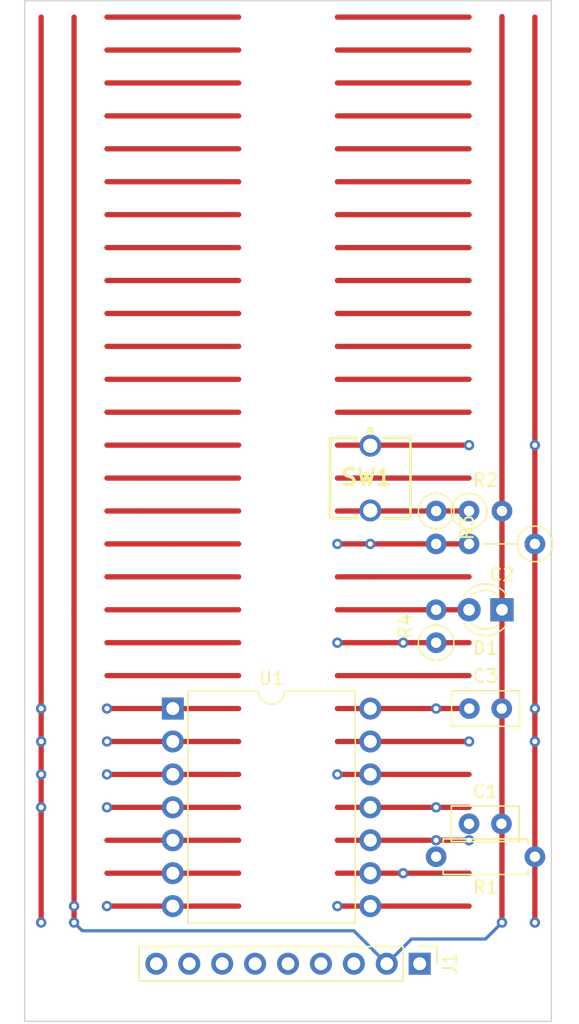
<source format=kicad_pcb>
(kicad_pcb (version 20221018) (generator pcbnew)
  (title_block (title "Flip-Flop Test") (date "2021-10-06") (rev "1.0") (company "Len Popp") (comment 1 "Copyright © 2023 Len Popp CC BY") (comment 2 "Layout design for my custom Eurorack breadboard prototyping module"))
  (layers (0 "F.Cu" signal) (1 "In1.Cu" jumper "Wire1.Cu") (2 "In2.Cu" jumper "Wire2.Cu") (3 "In3.Cu" jumper "Wire3.Cu") (4 "In4.Cu" jumper "Wire4.Cu") (31 "B.Cu" signal) (34 "B.Paste" user) (35 "F.Paste" user) (36 "B.SilkS" user "B.Silkscreen") (37 "F.SilkS" user "F.Silkscreen") (38 "B.Mask" user) (39 "F.Mask" user) (44 "Edge.Cuts" user))
  (net 0 "")
  (net 1 "+12V")
  (net 2 "GND")
  (net 3 "-12V")
  (net 4 "+5V")
  (net 5 "BUS-GATE")
  (net 6 "BUS-CV")
  (net 7 "Net-(U1B-C)")
  (net 8 "IN-OUT-1")
  (net 9 "IN-OUT-2")
  (net 10 "Net-(U1B-Q)")
  (net 11 "Net-(D1-A)")
  (net 13 "Net-(U1B-~{S})")
  (net 14 "Net-(U1B-D)")
  (net 15 "Net-(R2-Pad1)")
  (net 16 "unconnected-(U1A-~{Q}-Pad6)")
  (net 17 "unconnected-(U1A-Q-Pad5)")
  (footprint "Connector_PinHeader_2.54mm:PinHeader_1x09_P2.54mm_Vertical" (layer "F.Cu") (at 113.03 98.425 -90)
    (fp_text reference "J1" (at 0 -2.33 90) (layer "F.SilkS"))
    (fp_text value "Conn_01x09")
    (fp_line (start -1.33 -1.33) (end 0 -1.33) (stroke (width 0.12)) (layer "F.SilkS"))
    (fp_line (start -1.33 0) (end -1.33 -1.33) (stroke (width 0.12)) (layer "F.SilkS"))
    (fp_line (start -1.33 1.27) (end -1.33 21.65) (stroke (width 0.12)) (layer "F.SilkS"))
    (fp_line (start -1.33 1.27) (end 1.33 1.27) (stroke (width 0.12)) (layer "F.SilkS"))
    (fp_line (start -1.33 21.65) (end 1.33 21.65) (stroke (width 0.12)) (layer "F.SilkS"))
    (fp_line (start 1.33 1.27) (end 1.33 21.65) (stroke (width 0.12)) (layer "F.SilkS"))
    (pad "1" thru_hole rect (at 0 0 270) (size 1.7 1.7) (drill 1) (layers "*.Cu" "*.Mask") (net 3 "-12V"))
    (pad "2" thru_hole oval (at 0 2.54 270) (size 1.7 1.7) (drill 1) (layers "*.Cu" "*.Mask") (net 2 "GND"))
    (pad "3" thru_hole oval (at 0 5.08 270) (size 1.7 1.7) (drill 1) (layers "*.Cu" "*.Mask") (net 9 "IN-OUT-2"))
    (pad "4" thru_hole oval (at 0 7.62 270) (size 1.7 1.7) (drill 1) (layers "*.Cu" "*.Mask") (net 8 "IN-OUT-1"))
    (pad "5" thru_hole oval (at 0 10.16 270) (size 1.7 1.7) (drill 1) (layers "*.Cu" "*.Mask") (net 1 "+12V"))
    (pad "6" thru_hole oval (at 0 12.7 270) (size 1.7 1.7) (drill 1) (layers "*.Cu" "*.Mask"))
    (pad "7" thru_hole oval (at 0 15.24 270) (size 1.7 1.7) (drill 1) (layers "*.Cu" "*.Mask") (net 4 "+5V"))
    (pad "8" thru_hole oval (at 0 17.78 270) (size 1.7 1.7) (drill 1) (layers "*.Cu" "*.Mask") (net 6 "BUS-CV"))
    (pad "9" thru_hole oval (at 0 20.32 270) (size 1.7 1.7) (drill 1) (layers "*.Cu" "*.Mask") (net 5 "BUS-GATE"))
  )
  (footprint "-lmp-stripboard:SB_Gen_2" (layer "F.Cu") (at 121.92 66.04 180)
    (fp_text reference "C2" (at 2.54 -2.37) (layer "F.SilkS"))
    (fp_text value "100N")
    (fp_line (start 1.37 0) (end 3.98 0) (stroke (width 0.12)) (layer "F.SilkS"))
    (fp_circle (center 0 0) (end 1.37 0) (stroke (width 0.12)) (fill none) (layer "F.SilkS"))
    (pad "1" thru_hole circle (at 0 0 180) (size 1.6 1.6) (drill 0.8) (layers "*.Cu" "*.Mask") (net 4 "+5V"))
    (pad "2" thru_hole oval (at 5.08 0 180) (size 1.6 1.6) (drill 0.8) (layers "*.Cu" "*.Mask") (net 7 "Net-(U1B-C)"))
  )
  (footprint "-lmp-misc:C_Disc_D5.0mm_W2.5mm_P2.50mm" (layer "F.Cu") (at 116.84 87.63)
    (fp_text reference "C1" (at 1.25 -2.5) (layer "F.SilkS"))
    (fp_text value "100N")
    (fp_line (start -1.37 -1.37) (end -1.37 1.37) (stroke (width 0.12)) (layer "F.SilkS"))
    (fp_line (start -1.37 -1.37) (end 3.87 -1.37) (stroke (width 0.12)) (layer "F.SilkS"))
    (fp_line (start -1.37 1.37) (end 3.87 1.37) (stroke (width 0.12)) (layer "F.SilkS"))
    (fp_line (start 3.87 -1.37) (end 3.87 1.37) (stroke (width 0.12)) (layer "F.SilkS"))
    (pad "1" thru_hole circle (at 0 0) (size 1.6 1.6) (drill 0.8) (layers "*.Cu" "*.Mask") (net 13 "Net-(U1B-~{S})"))
    (pad "2" thru_hole circle (at 2.5 0) (size 1.6 1.6) (drill 0.8) (layers "*.Cu" "*.Mask") (net 2 "GND"))
  )
  (footprint "-lmp-misc:R_Axial_DIN0207_L6.3mm_D2.5mm_P7.62mm_Horizontal" (layer "F.Cu") (at 121.92 90.17 180)
    (fp_text reference "R1" (at 3.81 -2.37) (layer "F.SilkS"))
    (fp_text value "10K")
    (fp_line (start 0.54 -1.37) (end 7.08 -1.37) (stroke (width 0.12)) (layer "F.SilkS"))
    (fp_line (start 0.54 -1.04) (end 0.54 -1.37) (stroke (width 0.12)) (layer "F.SilkS"))
    (fp_line (start 0.54 1.04) (end 0.54 1.37) (stroke (width 0.12)) (layer "F.SilkS"))
    (fp_line (start 0.54 1.37) (end 7.08 1.37) (stroke (width 0.12)) (layer "F.SilkS"))
    (fp_line (start 7.08 -1.37) (end 7.08 -1.04) (stroke (width 0.12)) (layer "F.SilkS"))
    (fp_line (start 7.08 1.37) (end 7.08 1.04) (stroke (width 0.12)) (layer "F.SilkS"))
    (pad "1" thru_hole circle (at 0 0 180) (size 1.6 1.6) (drill 0.8) (layers "*.Cu" "*.Mask") (net 4 "+5V"))
    (pad "2" thru_hole oval (at 7.62 0 180) (size 1.6 1.6) (drill 0.8) (layers "*.Cu" "*.Mask") (net 13 "Net-(U1B-~{S})"))
  )
  (footprint "-lmp-stripboard:SB_Gen_1" (layer "F.Cu") (at 116.84 63.5)
    (fp_text reference "R2" (at 1.27 -2.37) (layer "F.SilkS"))
    (fp_text value "10K")
    (fp_line (start 1.37 0) (end 1.44 0) (stroke (width 0.12)) (layer "F.SilkS"))
    (fp_circle (center 0 0) (end 1.37 0) (stroke (width 0.12)) (fill none) (layer "F.SilkS"))
    (pad "1" thru_hole circle (at 0 0) (size 1.6 1.6) (drill 0.8) (layers "*.Cu" "*.Mask") (net 15 "Net-(R2-Pad1)"))
    (pad "2" thru_hole oval (at 2.54 0) (size 1.6 1.6) (drill 0.8) (layers "*.Cu" "*.Mask") (net 2 "GND"))
  )
  (footprint "-lmp-breakout:Breakout_DIP-14_W15.24mm" (layer "F.Cu") (at 93.98 78.74)
    (fp_text reference "U1" (at 7.62 -2.33) (layer "F.SilkS"))
    (fp_text value "SN74HCS74")
    (fp_line (start 1.16 -1.33) (end 1.16 16.57) (stroke (width 0.12)) (layer "F.SilkS"))
    (fp_line (start 1.16 16.57) (end 14.08 16.57) (stroke (width 0.12)) (layer "F.SilkS"))
    (fp_line (start 6.62 -1.33) (end 1.16 -1.33) (stroke (width 0.12)) (layer "F.SilkS"))
    (fp_line (start 14.08 -1.33) (end 8.62 -1.33) (stroke (width 0.12)) (layer "F.SilkS"))
    (fp_line (start 14.08 16.57) (end 14.08 -1.33) (stroke (width 0.12)) (layer "F.SilkS"))
    (fp_arc (start 8.62 -1.33) (mid 7.62 -0.33) (end 6.62 -1.33) (stroke (width 0.12)) (layer "F.SilkS"))
    (pad "1" thru_hole rect (at 0 0) (size 1.7 1.7) (drill 1) (layers "*.Cu" "*.Mask") (net 4 "+5V"))
    (pad "2" thru_hole circle (at 0 2.54) (size 1.7 1.7) (drill 1) (layers "*.Cu" "*.Mask") (net 4 "+5V"))
    (pad "3" thru_hole circle (at 0 5.08) (size 1.7 1.7) (drill 1) (layers "*.Cu" "*.Mask") (net 4 "+5V"))
    (pad "4" thru_hole circle (at 0 7.62) (size 1.7 1.7) (drill 1) (layers "*.Cu" "*.Mask") (net 4 "+5V"))
    (pad "5" thru_hole circle (at 0 10.16) (size 1.7 1.7) (drill 1) (layers "*.Cu" "*.Mask") (net 17 "unconnected-(U1A-Q-Pad5)"))
    (pad "6" thru_hole circle (at 0 12.7) (size 1.7 1.7) (drill 1) (layers "*.Cu" "*.Mask") (net 16 "unconnected-(U1A-~{Q}-Pad6)"))
    (pad "7" thru_hole circle (at 0 15.24) (size 1.7 1.7) (drill 1) (layers "*.Cu" "*.Mask") (net 2 "GND"))
    (pad "8" thru_hole circle (at 15.24 15.24) (size 1.7 1.7) (drill 1) (layers "*.Cu" "*.Mask") (net 14 "Net-(U1B-D)"))
    (pad "9" thru_hole circle (at 15.24 12.7) (size 1.7 1.7) (drill 1) (layers "*.Cu" "*.Mask") (net 10 "Net-(U1B-Q)"))
    (pad "10" thru_hole circle (at 15.24 10.16) (size 1.7 1.7) (drill 1) (layers "*.Cu" "*.Mask") (net 13 "Net-(U1B-~{S})"))
    (pad "11" thru_hole circle (at 15.24 7.62) (size 1.7 1.7) (drill 1) (layers "*.Cu" "*.Mask") (net 7 "Net-(U1B-C)"))
    (pad "12" thru_hole circle (at 15.24 5.08) (size 1.7 1.7) (drill 1) (layers "*.Cu" "*.Mask") (net 14 "Net-(U1B-D)"))
    (pad "13" thru_hole circle (at 15.24 2.54) (size 1.7 1.7) (drill 1) (layers "*.Cu" "*.Mask") (net 4 "+5V"))
    (pad "14" thru_hole circle (at 15.24 0) (size 1.7 1.7) (drill 1) (layers "*.Cu" "*.Mask") (net 4 "+5V"))
  )
  (footprint "-lmp-misc:C_Disc_D5.0mm_W2.5mm_P2.50mm" (layer "F.Cu") (at 116.86 78.74)
    (fp_text reference "C3" (at 1.25 -2.5) (layer "F.SilkS"))
    (fp_text value "100N")
    (fp_line (start -1.37 -1.37) (end -1.37 1.37) (stroke (width 0.12)) (layer "F.SilkS"))
    (fp_line (start -1.37 -1.37) (end 3.87 -1.37) (stroke (width 0.12)) (layer "F.SilkS"))
    (fp_line (start -1.37 1.37) (end 3.87 1.37) (stroke (width 0.12)) (layer "F.SilkS"))
    (fp_line (start 3.87 -1.37) (end 3.87 1.37) (stroke (width 0.12)) (layer "F.SilkS"))
    (pad "1" thru_hole circle (at 0 0) (size 1.6 1.6) (drill 0.8) (layers "*.Cu" "*.Mask") (net 4 "+5V"))
    (pad "2" thru_hole circle (at 2.5 0) (size 1.6 1.6) (drill 0.8) (layers "*.Cu" "*.Mask") (net 2 "GND"))
  )
  (footprint "LED_THT:LED_D3.0mm_Clear" (layer "F.Cu") (at 119.38 71.12 180)
    (fp_text reference "D1" (at 1.27 -2.96) (layer "F.SilkS"))
    (fp_text value "LED")
    (fp_line (start -0.29 -1.236) (end -0.29 -1.08) (stroke (width 0.12)) (layer "F.SilkS"))
    (fp_line (start -0.29 1.08) (end -0.29 1.236) (stroke (width 0.12)) (layer "F.SilkS"))
    (fp_arc (start -0.29 -1.235516) (mid 1.366487 -1.987659) (end 2.942335 -1.078608) (stroke (width 0.12)) (layer "F.SilkS"))
    (fp_arc (start 0.229039 -1.08) (mid 1.270117 -1.5) (end 2.31113 -1.079837) (stroke (width 0.12)) (layer "F.SilkS"))
    (fp_arc (start 2.31113 1.079837) (mid 1.270117 1.5) (end 0.229039 1.08) (stroke (width 0.12)) (layer "F.SilkS"))
    (fp_arc (start 2.942335 1.078608) (mid 1.366487 1.987659) (end -0.29 1.235516) (stroke (width 0.12)) (layer "F.SilkS"))
    (pad "1" thru_hole rect (at 0 0 180) (size 1.8 1.8) (drill 0.9) (layers "*.Cu" "*.Mask") (net 2 "GND"))
    (pad "2" thru_hole circle (at 2.54 0 180) (size 1.8 1.8) (drill 0.9) (layers "*.Cu" "*.Mask") (net 11 "Net-(D1-A)"))
  )
  (footprint "-lmp-stripboard:SB_Gen_1" (layer "F.Cu") (at 114.3 63.5 -90)
    (fp_text reference "R3" (at 1.27 -2.37 -90) (layer "F.SilkS"))
    (fp_text value "10K")
    (fp_line (start 1.37 0) (end 1.44 0) (stroke (width 0.12)) (layer "F.SilkS"))
    (fp_circle (center 0 0) (end 1.37 0) (stroke (width 0.12)) (fill none) (layer "F.SilkS"))
    (pad "1" thru_hole circle (at 0 0 270) (size 1.6 1.6) (drill 0.8) (layers "*.Cu" "*.Mask") (net 15 "Net-(R2-Pad1)"))
    (pad "2" thru_hole oval (at 2.54 0 270) (size 1.6 1.6) (drill 0.8) (layers "*.Cu" "*.Mask") (net 7 "Net-(U1B-C)"))
  )
  (footprint "-lmp-misc:SW_PUSH_6mm_2" (layer "F.Cu") (at 109.22 60.96)
    (fp_text reference "SW1" (at -0.291 -0.056) (layer "F.SilkS") (effects (font (size 1.27 1.27) (thickness 0.254))))
    (fp_text value "SW_Push" hide)
    (fp_line (start -3.1 -3.1) (end -3.1 3.1) (stroke (width 0.2)) (layer "F.SilkS"))
    (fp_line (start -3.1 -3.1) (end -1.02 -3.1) (stroke (width 0.2)) (layer "F.SilkS"))
    (fp_line (start -3.1 3.1) (end -1.02 3.1) (stroke (width 0.2)) (layer "F.SilkS"))
    (fp_line (start 3.1 -3.1) (end 1.02 -3.1) (stroke (width 0.2)) (layer "F.SilkS"))
    (fp_line (start 3.1 -3.1) (end 3.1 3.1) (stroke (width 0.2)) (layer "F.SilkS"))
    (fp_line (start 3.1 3.1) (end 1.02 3.1) (stroke (width 0.2)) (layer "F.SilkS"))
    (fp_circle (center -0.01 -3.68) (end -0.01 -3.60505) (stroke (width 0.2)) (fill none) (layer "F.SilkS"))
    (pad "1" thru_hole circle (at 0 -2.5) (size 1.7 1.7) (drill 1.1) (layers "*.Cu" "*.Mask") (net 4 "+5V"))
    (pad "2" thru_hole circle (at 0 2.5) (size 1.7 1.7) (drill 1.1) (layers "*.Cu" "*.Mask") (net 15 "Net-(R2-Pad1)"))
  )
  (footprint "-lmp-stripboard:SB_Gen_1" (layer "F.Cu") (at 114.3 73.66 90)
    (fp_text reference "R4" (at 1.27 -2.37 90) (layer "F.SilkS"))
    (fp_text value "1K")
    (fp_line (start 1.37 0) (end 1.44 0) (stroke (width 0.12)) (layer "F.SilkS"))
    (fp_circle (center 0 0) (end 1.37 0) (stroke (width 0.12)) (fill none) (layer "F.SilkS"))
    (pad "1" thru_hole circle (at 0 0 90) (size 1.6 1.6) (drill 0.8) (layers "*.Cu" "*.Mask") (net 10 "Net-(U1B-Q)"))
    (pad "2" thru_hole oval (at 2.54 0 90) (size 1.6 1.6) (drill 0.8) (layers "*.Cu" "*.Mask") (net 11 "Net-(D1-A)"))
  )
  (gr_line (start 123.19 102.87) (end 82.55 102.87) (stroke (width 0.1)) (layer "Edge.Cuts"))
  (gr_line (start 123.19 24.13) (end 123.19 102.87) (stroke (width 0.1)) (layer "Edge.Cuts"))
  (gr_line (start 82.55 102.87) (end 82.55 24.13) (stroke (width 0.1)) (layer "Edge.Cuts"))
  (gr_line (start 82.55 24.13) (end 123.19 24.13) (stroke (width 0.1)) (layer "Edge.Cuts"))
  (segment (start 99.06 38.1) (end 88.9 38.1) (width 0.4064) (layer "F.Cu") (net 0))
  (segment (start 99.06 58.42) (end 91.44 58.42) (width 0.4064) (layer "F.Cu") (net 0))
  (segment (start 99.06 60.96) (end 91.44 60.96) (width 0.4064) (layer "F.Cu") (net 0))
  (segment (start 99.06 40.64) (end 88.9 40.64) (width 0.4064) (layer "F.Cu") (net 0))
  (segment (start 99.06 50.8) (end 88.9 50.8) (width 0.4064) (layer "F.Cu") (net 0))
  (segment (start 99.06 55.88) (end 91.44 55.88) (width 0.4064) (layer "F.Cu") (net 0))
  (segment (start 99.06 43.18) (end 88.9 43.18) (width 0.4064) (layer "F.Cu") (net 0))
  (segment (start 99.06 27.94) (end 88.9 27.94) (width 0.4064) (layer "F.Cu") (net 0))
  (segment (start 99.06 68.58) (end 88.9 68.58) (width 0.4064) (layer "F.Cu") (net 0))
  (segment (start 99.06 33.02) (end 88.9 33.02) (width 0.4064) (layer "F.Cu") (net 0))
  (segment (start 99.06 71.12) (end 88.9 71.12) (width 0.4064) (layer "F.Cu") (net 0))
  (segment (start 99.06 45.72) (end 88.9 45.72) (width 0.4064) (layer "F.Cu") (net 0))
  (segment (start 99.06 63.5) (end 91.44 63.5) (width 0.4064) (layer "F.Cu") (net 0))
  (segment (start 99.06 73.66) (end 88.9 73.66) (width 0.4064) (layer "F.Cu") (net 0))
  (segment (start 116.84 40.64) (end 106.68 40.64) (width 0.4064) (layer "F.Cu") (net 0))
  (segment (start 99.06 76.2) (end 88.9 76.2) (width 0.4064) (layer "F.Cu") (net 0))
  (segment (start 99.06 30.48) (end 88.9 30.48) (width 0.4064) (layer "F.Cu") (net 0))
  (segment (start 99.06 35.56) (end 88.9 35.56) (width 0.4064) (layer "F.Cu") (net 0))
  (segment (start 99.06 25.4) (end 88.9 25.4) (width 0.4064) (layer "F.Cu") (net 0))
  (segment (start 99.06 53.34) (end 91.44 53.34) (width 0.4064) (layer "F.Cu") (net 0))
  (segment (start 116.84 48.26) (end 106.68 48.26) (width 0.4064) (layer "F.Cu") (net 0))
  (segment (start 99.06 66.04) (end 93.98 66.04) (width 0.4064) (layer "F.Cu") (net 0))
  (segment (start 116.84 50.8) (end 106.68 50.8) (width 0.4064) (layer "F.Cu") (net 0))
  (segment (start 116.84 43.18) (end 106.68 43.18) (width 0.4064) (layer "F.Cu") (net 0))
  (segment (start 116.84 76.2) (end 106.68 76.2) (width 0.4064) (layer "F.Cu") (net 0))
  (segment (start 116.84 25.4) (end 106.68 25.4) (width 0.4064) (layer "F.Cu") (net 0))
  (segment (start 116.84 27.94) (end 106.68 27.94) (width 0.4064) (layer "F.Cu") (net 0))
  (segment (start 116.84 35.56) (end 106.68 35.56) (width 0.4064) (layer "F.Cu") (net 0))
  (segment (start 116.84 38.1) (end 106.68 38.1) (width 0.4064) (layer "F.Cu") (net 0))
  (segment (start 116.84 53.34) (end 106.68 53.34) (width 0.4064) (layer "F.Cu") (net 0))
  (segment (start 116.84 68.58) (end 109.22 68.58) (width 0.4064) (layer "F.Cu") (net 0))
  (segment (start 116.84 30.48) (end 106.68 30.48) (width 0.4064) (layer "F.Cu") (net 0))
  (segment (start 116.84 33.02) (end 106.68 33.02) (width 0.4064) (layer "F.Cu") (net 0))
  (segment (start 116.84 45.72) (end 106.68 45.72) (width 0.4064) (layer "F.Cu") (net 0))
  (segment (start 116.84 60.96) (end 111.76 60.96) (width 0.4064) (layer "F.Cu") (net 0))
  (segment (start 91.44 60.96) (end 88.9 60.96) (width 0.4064) (layer "F.Cu") (net 0))
  (segment (start 111.76 55.88) (end 106.68 55.88) (width 0.4064) (layer "F.Cu") (net 0))
  (segment (start 99.06 48.26) (end 96.52 48.26) (width 0.4064) (layer "F.Cu") (net 0))
  (segment (start 109.22 68.58) (end 106.68 68.58) (width 0.4064) (layer "F.Cu") (net 0))
  (segment (start 93.98 66.04) (end 88.9 66.04) (width 0.4064) (layer "F.Cu") (net 0))
  (segment (start 91.44 53.34) (end 88.9 53.34) (width 0.4064) (layer "F.Cu") (net 0))
  (segment (start 91.44 55.88) (end 88.9 55.88) (width 0.4064) (layer "F.Cu") (net 0))
  (segment (start 96.52 48.26) (end 88.9 48.26) (width 0.4064) (layer "F.Cu") (net 0))
  (segment (start 111.76 60.96) (end 106.68 60.96) (width 0.4064) (layer "F.Cu") (net 0))
  (segment (start 91.44 63.5) (end 88.9 63.5) (width 0.4064) (layer "F.Cu") (net 0))
  (segment (start 91.44 58.42) (end 88.9 58.42) (width 0.4064) (layer "F.Cu") (net 0))
  (segment (start 116.84 55.88) (end 111.76 55.88) (width 0.4064) (layer "F.Cu") (net 0))
  (segment (start 86.36 25.4) (end 86.36 71.12) (width 0.4064) (layer "F.Cu") (net 2))
  (segment (start 99.06 93.98) (end 88.9 93.98) (width 0.4064) (layer "F.Cu") (net 2))
  (segment (start 119.38 25.36) (end 119.38 48.26) (width 0.4064) (layer "F.Cu") (net 2))
  (segment (start 119.38 95.25) (end 119.38 95.25) (width 0.4064) (layer "F.Cu") (net 2))
  (segment (start 86.36 95.25) (end 86.36 95.25) (width 0.4064) (layer "F.Cu") (net 2))
  (segment (start 119.38 48.26) (end 119.38 95.25) (width 0.4064) (layer "F.Cu") (net 2))
  (segment (start 86.36 93.98) (end 86.36 95.25) (width 0.4064) (layer "F.Cu") (net 2))
  (segment (start 86.36 71.12) (end 86.36 93.98) (width 0.4064) (layer "F.Cu") (net 2))
  (via (at 119.38 95.25) (size 0.8) (drill 0.4) (layers "F.Cu" "B.Cu") (net 2))
  (via (at 86.36 93.98) (size 0.8) (drill 0.4) (layers "F.Cu" "B.Cu") (net 2))
  (via (at 88.9 93.98) (size 0.8) (drill 0.4) (layers "F.Cu" "B.Cu") (net 2))
  (via (at 86.36 95.25) (size 0.8) (drill 0.4) (layers "F.Cu" "B.Cu") (net 2))
  (segment (start 86.36 95.25) (end 86.995 95.885) (width 0.25) (layer "B.Cu") (net 2))
  (segment (start 107.95 95.885) (end 110.49 98.425) (width 0.25) (layer "B.Cu") (net 2))
  (segment (start 112.395 96.52) (end 110.49 98.425) (width 0.25) (layer "B.Cu") (net 2))
  (segment (start 119.38 95.25) (end 118.11 96.52) (width 0.25) (layer "B.Cu") (net 2))
  (segment (start 118.11 96.52) (end 112.395 96.52) (width 0.25) (layer "B.Cu") (net 2))
  (segment (start 86.995 95.885) (end 107.95 95.885) (width 0.25) (layer "B.Cu") (net 2))
  (segment (start 121.92 25.4) (end 121.92 58.42) (width 0.4064) (layer "F.Cu") (net 4))
  (segment (start 99.06 78.74) (end 88.9 78.74) (width 0.4064) (layer "F.Cu") (net 4))
  (segment (start 99.06 86.36) (end 88.9 86.36) (width 0.4064) (layer "F.Cu") (net 4))
  (segment (start 116.84 78.74) (end 106.68 78.74) (width 0.4064) (layer "F.Cu") (net 4))
  (segment (start 99.06 83.82) (end 88.9 83.82) (width 0.4064) (layer "F.Cu") (net 4))
  (segment (start 116.84 81.28) (end 106.68 81.28) (width 0.4064) (layer "F.Cu") (net 4))
  (segment (start 99.06 81.28) (end 88.9 81.28) (width 0.4064) (layer "F.Cu") (net 4))
  (segment (start 121.92 95.25) (end 121.92 95.25) (width 0.4064) (layer "F.Cu") (net 4))
  (segment (start 83.82 95.25) (end 83.82 95.25) (width 0.4064) (layer "F.Cu") (net 4))
  (segment (start 121.92 88.9) (end 121.92 95.25) (width 0.4064) (layer "F.Cu") (net 4))
  (segment (start 83.82 83.82) (end 83.82 86.36) (width 0.4064) (layer "F.Cu") (net 4))
  (segment (start 121.92 81.28) (end 121.92 88.9) (width 0.4064) (layer "F.Cu") (net 4))
  (segment (start 83.82 86.36) (end 83.82 95.25) (width 0.4064) (layer "F.Cu") (net 4))
  (segment (start 83.82 25.4) (end 83.82 78.74) (width 0.4064) (layer "F.Cu") (net 4))
  (segment (start 121.92 58.42) (end 121.92 78.74) (width 0.4064) (layer "F.Cu") (net 4))
  (segment (start 83.82 78.74) (end 83.82 81.28) (width 0.4064) (layer "F.Cu") (net 4))
  (segment (start 83.82 81.28) (end 83.82 83.82) (width 0.4064) (layer "F.Cu") (net 4))
  (segment (start 121.92 78.74) (end 121.92 81.28) (width 0.4064) (layer "F.Cu") (net 4))
  (segment (start 116.84 58.42) (end 111.76 58.42) (width 0.4064) (layer "F.Cu") (net 4))
  (segment (start 111.76 58.42) (end 106.68 58.42) (width 0.4064) (layer "F.Cu") (net 4))
  (via (at 88.9 78.74) (size 0.8) (drill 0.4) (layers "F.Cu" "B.Cu") (net 4))
  (via (at 88.9 86.36) (size 0.8) (drill 0.4) (layers "F.Cu" "B.Cu") (net 4))
  (via (at 114.3 78.74) (size 0.8) (drill 0.4) (layers "F.Cu" "B.Cu") (net 4))
  (via (at 83.82 95.25) (size 0.8) (drill 0.4) (layers "F.Cu" "B.Cu") (net 4))
  (via (at 83.82 83.82) (size 0.8) (drill 0.4) (layers "F.Cu" "B.Cu") (net 4))
  (via (at 121.92 78.74) (size 0.8) (drill 0.4) (layers "F.Cu" "B.Cu") (net 4))
  (via (at 83.82 81.28) (size 0.8) (drill 0.4) (layers "F.Cu" "B.Cu") (net 4))
  (via (at 83.82 86.36) (size 0.8) (drill 0.4) (layers "F.Cu" "B.Cu") (net 4))
  (via (at 83.82 78.74) (size 0.8) (drill 0.4) (layers "F.Cu" "B.Cu") (net 4))
  (via (at 121.92 95.25) (size 0.8) (drill 0.4) (layers "F.Cu" "B.Cu") (net 4))
  (via (at 88.9 81.28) (size 0.8) (drill 0.4) (layers "F.Cu" "B.Cu") (net 4))
  (via (at 116.84 58.42) (size 0.8) (drill 0.4) (layers "F.Cu" "B.Cu") (net 4))
  (via (at 116.84 81.28) (size 0.8) (drill 0.4) (layers "F.Cu" "B.Cu") (net 4))
  (via (at 88.9 83.82) (size 0.8) (drill 0.4) (layers "F.Cu" "B.Cu") (net 4))
  (via (at 121.92 58.42) (size 0.8) (drill 0.4) (layers "F.Cu" "B.Cu") (net 4))
  (via (at 121.92 81.28) (size 0.8) (drill 0.4) (layers "F.Cu" "B.Cu") (net 4))
  (segment (start 116.84 66.04) (end 114.3 66.04) (width 0.4064) (layer "F.Cu") (net 7))
  (segment (start 116.84 86.36) (end 114.3 86.36) (width 0.4064) (layer "F.Cu") (net 7))
  (segment (start 114.3 86.36) (end 106.68 86.36) (width 0.4064) (layer "F.Cu") (net 7))
  (segment (start 114.3 66.04) (end 106.68 66.04) (width 0.4064) (layer "F.Cu") (net 7))
  (via (at 106.68 66.04) (size 0.8) (drill 0.4) (layers "F.Cu" "B.Cu") (net 7))
  (via (at 109.22 66.04) (size 0.8) (drill 0.4) (layers "F.Cu" "B.Cu") (net 7))
  (via (at 114.3 86.36) (size 0.8) (drill 0.4) (layers "F.Cu" "B.Cu") (net 7))
  (segment (start 116.84 73.66) (end 106.68 73.66) (width 0.4064) (layer "F.Cu") (net 10))
  (segment (start 116.84 91.44) (end 111.76 91.44) (width 0.4064) (layer "F.Cu") (net 10))
  (segment (start 111.76 91.44) (end 106.68 91.44) (width 0.4064) (layer "F.Cu") (net 10))
  (via (at 111.76 73.66) (size 0.8) (drill 0.4) (layers "F.Cu" "B.Cu") (net 10))
  (via (at 111.76 91.44) (size 0.8) (drill 0.4) (layers "F.Cu" "B.Cu") (net 10))
  (via (at 106.68 73.66) (size 0.8) (drill 0.4) (layers "F.Cu" "B.Cu") (net 10))
  (segment (start 116.84 71.12) (end 111.76 71.12) (width 0.4064) (layer "F.Cu") (net 11))
  (segment (start 111.76 71.12) (end 106.68 71.12) (width 0.4064) (layer "F.Cu") (net 11))
  (segment (start 116.84 88.9) (end 114.3 88.9) (width 0.4064) (layer "F.Cu") (net 13))
  (segment (start 114.3 88.9) (end 106.68 88.9) (width 0.4064) (layer "F.Cu") (net 13))
  (via (at 114.3 88.9) (size 0.8) (drill 0.4) (layers "F.Cu" "B.Cu") (net 13))
  (via (at 116.84 88.9) (size 0.8) (drill 0.4) (layers "F.Cu" "B.Cu") (net 13))
  (segment (start 116.84 93.98) (end 106.68 93.98) (width 0.4064) (layer "F.Cu") (net 14))
  (segment (start 116.84 83.82) (end 106.68 83.82) (width 0.4064) (layer "F.Cu") (net 14))
  (via (at 106.68 93.98) (size 0.8) (drill 0.4) (layers "F.Cu" "B.Cu") (net 14))
  (via (at 106.68 83.82) (size 0.8) (drill 0.4) (layers "F.Cu" "B.Cu") (net 14))
  (segment (start 114.3 63.5) (end 111.76 63.5) (width 0.4064) (layer "F.Cu") (net 15))
  (segment (start 116.84 63.5) (end 114.3 63.5) (width 0.4064) (layer "F.Cu") (net 15))
  (segment (start 111.76 63.5) (end 106.68 63.5) (width 0.4064) (layer "F.Cu") (net 15))
  (segment (start 99.06 91.44) (end 88.9 91.44) (width 0.4064) (layer "F.Cu") (net 16))
  (segment (start 99.06 88.9) (end 88.9 88.9) (width 0.4064) (layer "F.Cu") (net 17))
)
</source>
